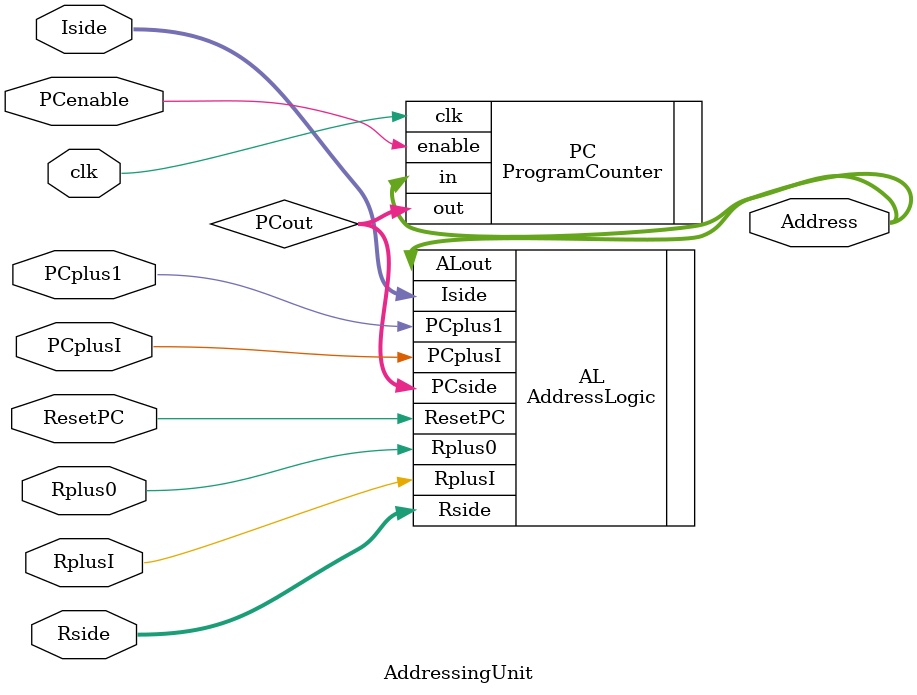
<source format=v>

`timescale 1 ns /1 ns

module AddressingUnit (
input [15:0] Rside,
input [7:0] Iside,
output [15:0] Address,
input clk,ResetPC, PCplusI, PCplus1, RplusI, Rplus0, PCenable
);
wire [15:0] PCout;

ProgramCounter PC 
(
.in		(Address),
.enable	(PCenable),
.clk		(clk), 
.out		(PCout)
);

AddressLogic AL 
(
.PCside	(PCout),
.Rside	(Rside), 
.Iside	(Iside), 
.ALout	(Address), 
.ResetPC	(ResetPC),
.PCplusI	(PCplusI),
.PCplus1	(PCplus1),
.RplusI	(RplusI),
.Rplus0	(Rplus0)
);
endmodule


</source>
